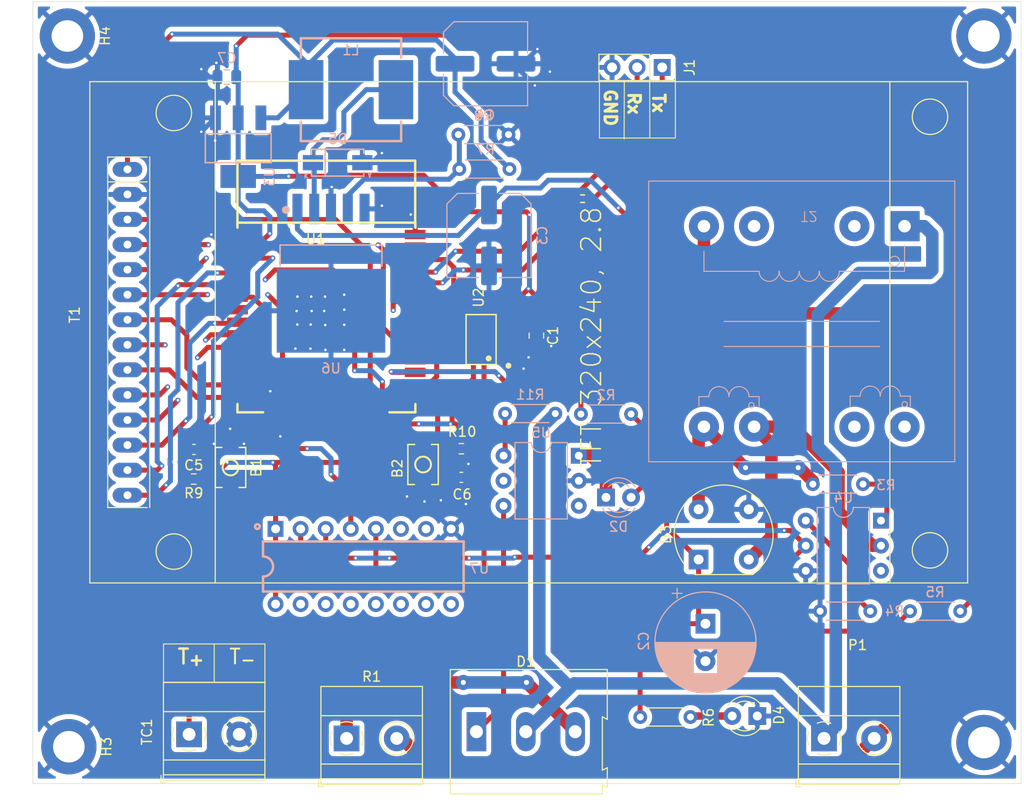
<source format=kicad_pcb>
(kicad_pcb (version 20240108) (generator "pcbnew") (generator_version "8.0")
  (layers (0 "F.Cu" signal) (1 "In1.Cu" signal "espSigal") (2 "In2.Cu" signal "gnd") (31 "B.Cu" signal) (34 "B.Paste" user) (35 "F.Paste" user) (36 "B.SilkS" user "B.Silkscreen") (37 "F.SilkS" user "F.Silkscreen") (38 "B.Mask" user) (39 "F.Mask" user) (44 "Edge.Cuts" user))
  (net 0 "")
  (net 1 "/esp32/EN")
  (net 2 "GND")
  (net 3 "/esp32/Boot")
  (net 4 "+3.3V")
  (net 5 "+12v")
  (net 6 "+5V")
  (net 7 "Fase")
  (net 8 "/modules/shot")
  (net 9 "Net-(D2-A)")
  (net 10 "Net-(D2-K)")
  (net 11 "12_{V_{ac}}")
  (net 12 "12_{NN}")
  (net 13 "Net-(D4-A)")
  (net 14 "Net-(U6-OUT)")
  (net 15 "/esp32/Tx")
  (net 16 "/esp32/Rx")
  (net 17 "Neutro")
  (net 18 "/trigger_Gate")
  (net 19 "Net-(R3-Pad2)")
  (net 20 "Net-(R4-Pad1)")
  (net 21 "Net-(U7-A)")
  (net 22 "Net-(U6-FB)")
  (net 23 "Net-(R11-Pad2)")
  (net 24 "/esp32/MOSI")
  (net 25 "/esp32/T_IRQ")
  (net 26 "/esp32/T_CS")
  (net 27 "/esp32/T_CLK")
  (net 28 "/esp32/MISO")
  (net 29 "/esp32/LED")
  (net 30 "/esp32/D{slash}C")
  (net 31 "/esp32/T_DO")
  (net 32 "/esp32/T_DIN")
  (net 33 "/esp32/CLK")
  (net 34 "/esp32/CS")
  (net 35 "/esp32/RST")
  (net 36 "Net-(TC1-+)")
  (net 41 "/Zero_Cross")
  (net 49 "/esp32/D0")
  (net 51 "/esp32/SCK")
  (net 52 "/esp32/CS_{T}")
  (net 58 "Net-(U7-B)")
  (net 72 "Net-(D1-A1)")
  (footprint "MountingHole:MountingHole_3.2mm_M3_DIN965_Pad" (layer "F.Cu") (at 57.45 123.913 -90)
    (property "Reference" "H3")
    (property "Value" "M3 screw")
  )
  (footprint "TerminalBlock_Phoenix:TerminalBlock_Phoenix_MKDS-1,5-2-5.08_1x02_P5.08mm_Horizontal" (layer "F.Cu") (at 133.93 123.068)
    (property "Reference" "P1")
    (property "Value" "Conn_WallPlug")
  )
  (footprint "Connector_PinSocket_2.54mm:PinSocket_1x03_P2.54mm_Vertical" (layer "F.Cu") (at 117.545 55.07 -90)
    (property "Reference" "J1")
    (property "Value" "UART")
  )
  (footprint "MountingHole:MountingHole_3.2mm_M3_DIN965_Pad" (layer "F.Cu") (at 150.125 123.488 -90)
    (property "Reference" "H2" (hide yes))
    (property "Value" "M3 screw")
  )
  (footprint "Capacitor_SMD:C_0603_1608Metric" (layer "F.Cu") (at 97.2 96.613)
    (property "Reference" "C6")
    (property "Value" "100nF")
  )
  (footprint "Resistor_THT:R_Axial_DIN0204_L3.6mm_D1.6mm_P5.08mm_Horizontal" (layer "F.Cu") (at 120.4 120.9 180)
    (property "Reference" "R6")
    (property "Value" "10K")
  )
  (footprint "Capacitor_SMD:C_0805_2012Metric" (layer "F.Cu") (at 104.8 82.25 -90)
    (property "Reference" "C1")
    (property "Value" "100nF")
  )
  (footprint "TerminalBlock_Phoenix:TerminalBlock_Phoenix_MKDS-1,5-2-5.08_1x02_P5.08mm_Horizontal" (layer "F.Cu") (at 69.6275 122.6565)
    (property "Reference" "TC1")
    (property "Value" "Thermocouple")
  )
  (footprint "MountingHole:MountingHole_3.2mm_M3_DIN965_Pad" (layer "F.Cu") (at 57.3 51.888 -90)
    (property "Reference" "H4")
    (property "Value" "M3 screw" (hide yes))
  )
  (footprint "Resistor_SMD:R_0603_1608Metric" (layer "F.Cu") (at 97.2 93.713 180)
    (property "Reference" "R10")
    (property "Value" "3.3K")
  )
  (footprint "Capacitor_SMD:C_0603_1608Metric" (layer "F.Cu") (at 70.125 93.788)
    (property "Reference" "C5")
    (property "Value" "100nF")
  )
  (footprint "JuanDavid_Library:TFT-320x240" (layer "F.Cu") (at 63.385 81.913 -90)
    (property "Reference" "T1")
    (property "Value" "~")
  )
  (footprint "Diode_THT:Diode_Bridge_Round_D9.8mm" (layer "F.Cu") (at 121.23 104.938 90)
    (property "Reference" "D3")
    (property "Value" "W10G")
  )
  (footprint "LED_THT:LED_D3.0mm" (layer "F.Cu") (at 127.175 120.8 180)
    (property "Reference" "D4")
    (property "Value" "LED")
  )
  (footprint "Resistor_SMD:R_0603_1608Metric" (layer "F.Cu") (at 70.1 96.788 180)
    (property "Reference" "R9")
    (property "Value" "3.3K")
  )
  (footprint "TerminalBlock_Phoenix:TerminalBlock_Phoenix_MKDS-1,5-2-5.08_1x02_P5.08mm_Horizontal" (layer "F.Cu") (at 85.58 123.068)
    (property "Reference" "R1")
    (property "Value" "Heater")
  )
  (footprint "JuanDavid_Library:SOIC-8_L4.9-W3.9-P1.27-LS6.0-BL" (layer "F.Cu") (at 99.2 82.65 90)
    (property "Reference" "U2")
    (property "Value" "~")
  )
  (footprint "MountingHole:MountingHole_3.2mm_M3_DIN965_Pad" (layer "F.Cu") (at 150.125 51.888 -90)
    (property "Reference" "H1" (hide yes))
    (property "Value" "M3 screw")
  )
  (footprint "JuanDavid_Library:SW-SMD_L3.9-W2.9-LS4.8" (layer "F.Cu") (at 93.325 95.313 90)
    (property "Reference" "B2")
    (property "Value" "~")
  )
  (footprint "JuanDavid_Library:WIFI-SMD_ESP32-WROOM-32E" (layer "F.Cu") (at 83.525 81.003 -90)
    (property "Reference" "U1")
    (property "Value" "~")
  )
  (footprint "JuanDavid_Library:SW-SMD_L3.9-W2.9-LS4.8" (layer "F.Cu") (at 73.825 95.613 -90)
    (property "Reference" "B1")
    (property "Value" "~")
  )
  (footprint "TerminalBlock:TerminalBlock_Altech_AK300-3_P5.00mm" (layer "F.Cu") (at 98.73 122.388)
    (property "Reference" "D1")
    (property "Value" "Generic_Triac_A1A2G")
  )
  (footprint "JuanDavid_Library:DIP-16_L20.3-W10.2-P2.54-LS10.2-BL" (layer "B.Cu") (at 87.275 105.65)
    (property "Reference" "U7")
    (property "Value" "~")
  )
  (footprint "Package_DIP:DIP-6_W7.62mm" (layer "B.Cu") (at 109.095 94.42 180)
    (property "Reference" "U5")
    (property "Value" "MOC3052M")
  )
  (footprint "Capacitor_THT:CP_Radial_D10.0mm_P3.80mm" (layer "B.Cu") (at 121.925 111.445323 -90)
    (property "Reference" "C2")
    (property "Value" "1000uF")
  )
  (footprint "Resistor_THT:R_Axial_DIN0204_L3.6mm_D1.6mm_P5.08mm_Horizontal" (layer "B.Cu") (at 106.715 90.15 180)
    (property "Reference" "R11")
    (property "Value" "1K")
  )
  (footprint "JuanDavid_Library:AT-010-V" (layer "B.Cu") (at 132.001 80.757)
    (property "Reference" "T2")
    (property "Value" "~")
  )
  (footprint "Capacitor_SMD:C_0805_2012Metric" (layer "B.Cu") (at 73.45 56.05 180)
    (property "Reference" "C7")
    (property "Value" "100nF")
  )
  (footprint "Resistor_THT:R_Axial_DIN0204_L3.6mm_D1.6mm_P5.08mm_Horizontal" (layer "B.Cu") (at 114.39 90.2 180)
    (property "Reference" "R2")
    (property "Value" "220")
  )
  (footprint "Package_DIP:DIP-6_W7.62mm" (layer "B.Cu") (at 139.7 101 180)
    (property "Reference" "U4")
    (property "Value" "H11AA1")
  )
  (footprint "Resistor_THT:R_Axial_DIN0204_L3.6mm_D1.6mm_P5.08mm_Horizontal" (layer "B.Cu") (at 101.975 61.875 180)
    (property "Reference" "R8")
    (property "Value" "3.3K")
  )
  (footprint "Resistor_THT:R_Axial_DIN0204_L3.6mm_D1.6mm_P5.08mm_Horizontal" (layer "B.Cu") (at 147.725 110.175 180)
    (property "Reference" "R5")
    (property "Value" "10K")
  )
  (footprint "Capacitor_SMD:C_Elec_8x6.2" (layer "B.Cu") (at 100 72.1 -90)
    (property "Reference" "C3")
    (property "Value" "470uF")
  )
  (footprint "JuanDavid_Library:SOT-223-3_L6.5-W3.4-P2.30-LS7.0-BR" (layer "B.Cu") (at 74.6 63.15 90)
    (property "Reference" "U3")
    (property "Value" "~")
  )
  (footprint "Capacitor_SMD:C_Elec_8x6.2" (layer "B.Cu") (at 99.65 54.7)
    (property "Reference" "C4")
    (property "Value" "220uF")
  )
  (footprint "LED_THT:LED_D3.0mm" (layer "B.Cu") (at 111.85 98.65)
    (property "Reference" "D2")
    (property "Value" "LED")
  )
  (footprint "JuanDavid_Library:SMA_L4.4-W2.8-LS5.4-R-RD" (layer "B.Cu") (at 84.675 64.725)
    (property "Reference" "D5")
    (property "Value" "~")
  )
  (footprint "JuanDavid_Library:IND-SMD_L10.3-W10.3_1274AS-H-330M" (layer "B.Cu") (at 86.025 57.325 180)
    (property "Reference" "L1")
    (property "Value" "~")
  )
  (footprint "JuanDavid_Library:TO-263-5_L10.2-W8.9-P1.70-BR" (layer "B.Cu") (at 84 74.57 90)
    (property "Reference" "U6")
    (property "Value" "~")
  )
  (footprint "Resistor_THT:R_Axial_DIN0204_L3.6mm_D1.6mm_P5.08mm_Horizontal" (layer "B.Cu") (at 132.8 97.3)
    (property "Reference" "R3")
    (property "Value" "1K")
  )
  (footprint "Resistor_THT:R_Axial_DIN0204_L3.6mm_D1.6mm_P5.08mm_Horizontal" (layer "B.Cu") (at 138.615 110.175 180)
    (property "Reference" "R4")
    (property "Value" "1M")
  )
  (footprint "Resistor_THT:R_Axial_DIN0204_L3.6mm_D1.6mm_P5.08mm_Horizontal" (layer "B.Cu") (at 96.995 65.375)
    (property "Reference" "R7")
    (property "Value" "10K")
  )
  (gr_line (start 72.1735 117.3955) (end 72.1735 113.4985) (stroke (width 0.1)) (layer "F.SilkS"))
  (gr_line (start 116.287 62.23) (end 116.275 56.4) (stroke (width 0.1)) (layer "F.SilkS"))
  (gr_rect (start 67.0395 113.4985) (end 77.3075 117.3955) (stroke (width 0.1)) (fill none) (layer "F.SilkS"))
  (gr_rect (start 111.187 56.4) (end 118.875 62.23) (stroke (width 0.1)) (fill none) (layer "F.SilkS"))
  (gr_line (start 113.705 56.4) (end 113.687 62.33) (stroke (width 0.1)) (layer "F.SilkS"))
  (gr_rect (start 53.809 48.397) (end 153.885 127.645) (stroke (width 0.05)) (fill none) (layer "Edge.Cuts"))
  (gr_text "T_{-}" (at 73.575 115.663 0) (layer "F.SilkS") (effects (font (size 1.5 1.5) (thickness 0.2) (bold yes)) (justify left bottom)))
  (gr_text "Tx\n" (at 116.487 57.555 -90) (layer "F.SilkS") (effects (font (size 1.2 1.2) (thickness 0.3) (bold yes)) (justify left bottom)))
  (gr_text "GND" (at 111.587 57.13 -90) (layer "F.SilkS") (effects (font (size 1.2 1.2) (thickness 0.3) (bold yes)) (justify left bottom)))
  (gr_text "Rx" (at 113.987 57.43 -90) (layer "F.SilkS") (effects (font (size 1.2 1.2) (thickness 0.3) (bold yes)) (justify left bottom)))
  (gr_text "T_{+}" (at 68.325 115.663 0) (layer "F.SilkS") (effects (font (size 1.5 1.5) (thickness 0.25) (bold yes)) (justify left bottom)))
  (segment (start 69.35 93.05) (end 71.9 90.5) (width 0.508) (layer "F.Cu") (net 1))
  (segment (start 69.275 96.788) (end 69.275 93.863) (width 0.508) (layer "F.Cu") (net 1))
  (segment (start 70.4 97.913) (end 69.275 96.788) (width 0.508) (layer "F.Cu") (net 1))
  (segment (start 73.825 97.913) (end 70.4 97.913) (width 0.508) (layer "F.Cu") (net 1))
  (segment (start 69.35 93.788) (end 69.35 93.05) (width 0.508) (layer "F.Cu") (net 1))
  (segment (start 78.1 74.4) (end 74.668 74.4) (width 0.508) (layer "F.Cu") (net 1))
  (segment (start 69.275 93.863) (end 69.35 93.788) (width 0.508) (layer "F.Cu") (net 1))
  (segment (start 74.668 74.4) (end 74.525 74.543) (width 0.508) (layer "F.Cu") (net 1))
  (via (at 71.9 90.5) (size 0.508) (drill 0.254) (layers "F.Cu" "B.Cu") (net 1))
  (via (at 78.1 74.4) (size 0.508) (drill 0.254) (layers "F.Cu" "B.Cu") (net 1))
  (segment (start 72.1 82.822369) (end 76.581 78.341369) (width 0.508) (layer "B.Cu") (net 1))
  (segment (start 72.1 90.3) (end 72.1 82.822369) (width 0.508) (layer "B.Cu") (net 1))
  (segment (start 71.9 90.5) (end 72.1 90.3) (width 0.508) (layer "B.Cu") (net 1))
  (segment (start 76.581 78.341369) (end 76.581 75.919) (width 0.508) (layer "B.Cu") (net 1))
  (segment (start 76.581 75.919) (end 78.1 74.4) (width 0.508) (layer "B.Cu") (net 1))
  (segment (start 74.525 72.003) (end 71.888 72.003) (width 0.508) (layer "F.Cu") (net 2))
  (segment (start 101.97 83.28) (end 102.838 83.28) (width 0.508) (layer "F.Cu") (net 2))
  (segment (start 75.089 93.313) (end 75.184 93.218) (width 0.508) (layer "F.Cu") (net 2))
  (segment (start 104.8 83.2) (end 106.187 83.2) (width 0.508) (layer "F.Cu") (net 2))
  (segment (start 97.975 99.002) (end 97.663 99.314) (width 0.508) (layer "F.Cu") (net 2))
  (segment (start 93.325 97.613) (end 93.325 98.913) (width 0.508) (layer "F.Cu") (net 2))
  (segment (start 93.325 97.613) (end 92.633 97.613) (width 0.508) (layer "F.Cu") (net 2))
  (segment (start 97.975 95.308) (end 97.917 95.25) (width 0.508) (layer "F.Cu") (net 2))
  (segment (start 97.975 96.613) (end 97.975 95.308) (width 0.508) (layer "F.Cu") (net 2))
  (segment (start 93.325 97.613) (end 93.803 97.613) (width 0.508) (layer "F.Cu") (net 2))
  (segment (start 77.815 91.404) (end 78.867 92.456) (width 0.508) (layer "F.Cu") (net 2))
  (segment (start 73.825 93.313) (end 73.825 91.732) (width 0.508) (layer "F.Cu") (net 2))
  (segment (start 102.838 83.28) (end 104.013 84.455) (width 0.508) (layer "F.Cu") (net 2))
  (segment (start 77.815 90.003) (end 77.815 87.92) (width 0.508) (layer "F.Cu") (net 2))
  (segment (start 106.187 83.2) (end 106.299 83.312) (width 0.508) (layer "F.Cu") (net 2))
  (segment (start 77.815 87.92) (end 77.851 87.884) (width 0.508) (layer "F.Cu") (net 2))
  (segment (start 92.525 70.427) (end 92.075 69.977) (width 0.508) (layer "F.Cu") (net 2))
  (segment (start 92.525 72.003) (end 92.525 70.427) (width 0.508) (layer "F.Cu") (net 2))
  (segment (start 71.888 72.003) (end 71.882 72.009) (width 0.508) (layer "F.Cu") (net 2))
  (segment (start 93.325 98.913) (end 93.472 99.06) (width 0.508) (layer "F.Cu") (net 2))
  (segment (start 93.803 97.613) (end 95.123 98.933) (width 0.508) (layer "F.Cu") (net 2))
  (segment (start 70.9 93.788) (end 71.566 93.788) (width 0.508) (layer "F.Cu") (net 2))
  (segment (start 73.825 93.313) (end 75.089 93.313) (width 0.508) (layer "F.Cu") (net 2))
  (segment (start 101.97 84.56) (end 102.467 84.56) (width 0.508) (layer "F.Cu") (net 2))
  (segment (start 102.467 84.56) (end 103.505 85.598) (width 0.508) (layer "F.Cu") (net 2))
  (segment (start 71.566 93.788) (end 72.136 93.218) (width 0.508) (layer "F.Cu") (net 2))
  (segment (start 77.815 90.003) (end 77.815 91.404) (width 0.508) (layer "F.Cu") (net 2))
  (segment (start 92.633 97.613) (end 91.694 98.552) (width 0.508) (layer "F.Cu") (net 2))
  (segment (start 97.975 96.613) (end 97.975 99.002) (width 0.508) (layer "F.Cu") (net 2))
  (segment (start 73.825 91.732) (end 73.787 91.694) (width 0.508) (layer "F.Cu") (net 2))
  (via (at 104.013 84.455) (size 0.508) (drill 0.254) (layers "F.Cu" "B.Cu") (net 2))
  (via (at 83.4136 81.1784) (size 0.508) (drill 0.254) (layers "F.Cu" "B.Cu") (net 2))
  (via (at 71.882 72.009) (size 0.508) (drill 0.254) (layers "F.Cu" "B.Cu") (net 2))
  (via (at 89.154 69.088) (size 0.508) (drill 0.254) (layers "F.Cu" "B.Cu") (net 2))
  (via (at 83.439 83.693) (size 0.508) (drill 0.254) (layers "F.Cu" "B.Cu") (net 2))
  (via (at 85.344 79.629) (size 0.508) (drill 0.254) (layers "F.Cu" "B.Cu") (net 2))
  (via (at 97.663 99.314) (size 0.508) (drill 0.254) (layers "F.Cu" "B.Cu") (net 2))
  (via (at 72.39 54.61) (size 0.508) (drill 0.254) (layers "F.Cu" "B.Cu") (net 2))
  (via (at 85.344 83.693) (size 0.508) (drill 0.254) (layers "F.Cu" "B.Cu") (net 2))
  (via (at 83.312 79.756) (size 0.508) (drill 0.254) (layers "F.Cu" "B.Cu") (net 2))
  (via (at 82.042 79.756) (size 0.508) (drill 0.254) (layers "F.Cu" "B.Cu") (net 2))
  (via (at 103.505 85.598) (size 0.508) (drill 0.254) (layers "F.Cu" "B.Cu") (net 2))
  (via (at 72.263 62.484) (size 0.508) (drill 0.254) (layers "F.Cu" "B.Cu") (net 2))
  (via (at 75.184 93.218) (size 0.508) (drill 0.254) (layers "F.Cu" "B.Cu") (net 2))
  (via (at 83.4 78.3) (size 0.508) (drill 0.254) (layers "F.Cu" "B.Cu") (net 2))
  (via (at 89.154 63.754) (size 0.508) (drill 0.254) (layers "F.Cu" "B.Cu") (net 2))
  (via (at 81.915 83.566) (size 0.508) (drill 0.254) (layers "F.Cu" "B.Cu") (net 2))
  (via (at 81.9404 81.1276) (size 0.508) (drill 0.254) (layers "F.Cu" "B.Cu") (net 2))
  (via (at 84.074 67.183) (size 0.508) (drill 0.254) (layers "F.Cu" "B.Cu") (net 2))
  (via (at 80.391 83.566) (size 0.508) (drill 0.254) (layers "F.Cu" "B.Cu") (net 2))
  (via (at 80.5942 81.1276) (size 0.508) (drill 0.254) (layers "F.Cu" "B.Cu") (net 2))
  (via (at 91.694 98.552) (size 0.508) (drill 0.254) (layers "F.Cu" "B.Cu") (net 2))
  (via (at 80.518 79.756) (size 0.508) (drill 0.254) (layers "F.Cu" "B.Cu") (net 2))
  (via (at 77.851 87.884) (size 0.508) (drill 0.254) (layers "F.Cu" "B.Cu") (net 2))
  (via (at 106.172 55.499) (size 0.508) (drill 0.254) (layers "F.Cu" "B.Cu") (net 2))
  (via (at 97.917 95.25) (size 0.508) (drill 0.254) (layers "F.Cu" "B.Cu") (net 2))
  (via (at 104.902 53.213) (size 0.508) (drill 0.254) (layers "F.Cu" "B.Cu") (net 2))
  (via (at 106.299 83.312) (size 0.508) (drill 0.254) (layers "F.Cu" "B.Cu") (net 2))
  (via (at 104.648 56.896) (size 0.508) (drill 0.254) (layers "F.Cu" "B.Cu") (net 2))
  (via (at 72.136 93.218) (size 0.508) (drill 0.254) (layers "F.Cu" "B.Cu") (net 2))
  (via (at 70.866 61.595) (size 0.508) (drill 0.254) (layers "F.Cu" "B.Cu") (net 2))
  (via (at 93.472 99.06) (size 0.508) (drill 0.254) (layers "F.Cu" "B.Cu") (net 2))
  (via (at 73.787 91.694) (size 0.508) (drill 0.254) (layers "F.Cu" "B.Cu") (net 2))
  (via (at 92.075 69.977) (size 0.508) (drill 0.254) (layers "F.Cu" "B.Cu") (net 2))
  (via (at 70.866 55.245) (size 0.508) (drill 0.254) (layers "F.Cu" "B.Cu") (net 2))
  (via (at 85.344 81.153) (size 0.508) (drill 0.254) (layers "F.Cu" "B.Cu") (net 2))
  (via (at 85.344 78.105) (size 0.508) (drill 0.254) (layers "F.Cu" "B.Cu") (net 2))
  (via (at 78.867 92.456) (size 0.508) (drill 0.254) (layers "F.Cu" "B.Cu") (net 2))
  (via (at 95.123 98.933) (size 0.508) (drill 0.254) (layers "F.Cu" "B.Cu") (net 2))
  (via (at 82 78.3) (size 0.508) (drill 0.254) (layers "F.Cu" "B.Cu") (net 2))
  (via (at 80.6 78.3) (size 0.508) (drill 0.254) (layers "F.Cu" "B.Cu") (net 2))
  (segment (start 72.3 60.18) (end 72.3 62.447) (width 0.508) (layer "B.Cu") (net 2))
  (segment (start 105.373 54.7) (end 106.172 55.499) (width 0.508) (layer "B.Cu") (net 2))
  (segment (start 88.183 64.725) (end 89.154 63.754) (width 0.508) (layer "B.Cu") (net 2))
  (segment (start 102.7375 54.7) (end 105.373 54.7) (width 0.508) (layer "B.Cu") (net 2))
  (segment (start 72.281 60.18) (end 70.866 61.595) (width 0.508) (layer "B.Cu") (net 2))
  (segment (start 72.5 54.72) (end 72.39 54.61) (width 0.508) (layer "B.Cu") (net 2))
  (segment (start 72.5 56.05) (end 72.5 54.72) (width 0.508) (layer "B.Cu") (net 2))
  (segment (start 102.7375 54.7) (end 103.415 54.7) (width 0.508) (layer "B.Cu") (net 2))
  (segment (start 84 69.41) (end 84 67.257) (width 0.508) (layer "B.Cu") (net 2))
  (segment (start 71.671 56.05) (end 70.866 55.245) (width 0.508) (layer "B.Cu") (net 2))
  (segment (start 84 67.257) (end 84.074 67.183) (width 0.508) (layer "B.Cu") (net 2))
  (segment (start 72.3 60.18) (end 72.281 60.18) (width 0.508) (layer "B.Cu") (net 2))
  (segment (start 102.7375 54.9855) (end 104.648 56.896) (width 0.508) (layer "B.Cu") (net 2))
  (segment (start 102.7375 54.7) (end 102.7375 54.9855) (width 0.508) (layer "B.Cu") (net 2))
  (segment (start 87.4 69.41) (end 88.832 69.41) (width 0.508) (layer "B.Cu") (net 2))
  (segment (start 72.3 62.447) (end 72.263 62.484) (width 0.508) (layer "B.Cu") (net 2))
  (segment (start 103.415 54.7) (end 104.902 53.213) (width 0.508) (layer "B.Cu") (net 2))
  (segment (start 88.832 69.41) (end 89.154 69.088) (width 0.508) (layer "B.Cu") (net 2))
  (segment (start 87.175 64.725) (end 88.183 64.725) (width 0.508) (layer "B.Cu") (net 2))
  (segment (start 72.5 56.05) (end 71.671 56.05) (width 0.508) (layer "B.Cu") (net 2))
  (segment (start 95.1 93.013) (end 95.675 93.013) (width 0.508) (layer "F.Cu") (net 3))
  (segment (start 95.1 93.013) (end 94.8 92.713) (width 0.508) (layer "F.Cu") (net 3))
  (segment (start 94.8 88.9) (end 94.413 88.513) (width 0.508) (layer "F.Cu") (net 3))
  (segment (start 94.8 92.713) (end 94.8 88.9) (width 0.508) (layer "F.Cu") (net 3))
  (segment (start 94.413 88.513) (end 92.525 88.513) (width 0.508) (layer "F.Cu") (net 3))
  (segment (start 96.375 93.713) (end 96.375 96.563) (width 0.508) (layer "F.Cu") (net 3))
  (segment (start 93.325 93.013) (end 95.1 93.013) (width 0.508) (layer "F.Cu") (net 3))
  (segment (start 95.675 93.013) (end 96.375 93.713) (width 0.508) (layer "F.Cu") (net 3))
  (segment (start 96.375 96.563) (end 96.425 96.613) (width 0.508) (layer "F.Cu") (net 3))
  (segment (start 83.767 66) (end 91.8 66) (width 0.508) (layer "F.Cu") (net 4))
  (segment (start 141.8 51.8) (end 151.5 61.5) (width 0.508) (layer "F.Cu") (net 4))
  (segment (start 101.97 80.75) (end 99.59 80.75) (width 0.508) (layer "F.Cu") (net 4))
  (segment (start 78.385 101.84) (end 78.385 95.385) (width 0.508) (layer "F.Cu") (net 4))
  (segment (start 77.8 71.9) (end 76.427 73.273) (width 0.508) (layer "F.Cu") (net 4))
  (segment (start 104.8 78.3) (end 104 77.5) (width 0.508) (layer "F.Cu") (net 4))
  (segment (start 96.266 88.773) (end 96.266 91.2) (width 0.508) (layer "F.Cu") (net 4))
  (segment (start 96.1 91.2) (end 96.266 91.2) (width 0.508) (layer "F.Cu") (net 4))
  (segment (start 98.425 86.614) (end 96.266 88.773) (width 0.508) (layer "F.Cu") (net 4))
  (segment (start 103.7 69.7) (end 103.8 69.7) (width 0.508) (layer "F.Cu") (net 4))
  (segment (start 83.667 66.1) (end 83.767 66) (width 0.508) (layer "F.Cu") (net 4))
  (segment (start 98.425 81.915) (end 98.425 86.614) (width 0.508) (layer "F.Cu") (net 4))
  (segment (start 101.97 79.53) (end 101.97 80.75) (width 0.508) (layer "F.Cu") (net 4))
  (segment (start 78.385 101.84) (end 78.385 109.46) (width 0.508) (layer "F.Cu") (net 4))
  (segment (start 70.925 96.788) (end 71.812 96.788) (width 0.508) (layer "F.Cu") (net 4))
  (segment (start 151.5 106.4) (end 147.725 110.175) (width 0.508) (layer "F.Cu") (net 4))
  (segment (start 98.025 92.625) (end 98.025 93.713) (width 0.508) (layer "F.Cu") (net 4))
  (segment (start 90.2 92.4) (end 91.4 91.2) (width 0.508) (layer "F.Cu") (net 4))
  (segment (start 151.5 61.5) (end 151.5 106.4) (width 0.508) (layer "F.Cu") (net 4))
  (segment (start 71.812 96.788) (end 73.5 95.1) (width 0.508) (layer "F.Cu") (net 4))
  (segment (start 87.5 95.1) (end 90.2 92.4) (width 0.508) (layer "F.Cu") (net 4))
  (segment (start 104 77.5) (end 101.97 79.53) (width 0.508) (layer "F.Cu") (net 4))
  (segment (start 78.385 95.385) (end 78.1 95.1) (width 0.508) (layer "F.Cu") (net 4))
  (segment (start 76.427 73.273) (end 74.525 73.273) (width 0.508) (layer "F.Cu") (net 4))
  (segment (start 91.4 91.2) (end 92.9 91.2) (width 0.508) (layer "F.Cu") (net 4))
  (segment (start 96.266 91.2) (end 96.6 91.2) (width 0.508) (layer "F.Cu") (net 4))
  (segment (start 99.59 80.75) (end 98.425 81.915) (width 0.508) (layer "F.Cu") (net 4))
  (segment (start 78.1 95.1) (end 87.5 95.1) (width 0.508) (layer "F.Cu") (net 4))
  (segment (start 79.7 66.1) (end 83.667 66.1) (width 0.508) (layer "F.Cu") (net 4))
  (segment (start 97.1 69.7) (end 103.7 69.7) (width 0.508) (layer "F.Cu") (net 4))
  (segment (start 104.8 81.3) (end 104.8 78.3) (width 0.508) (layer "F.Cu") (net 4))
  (segment (start 96.6 91.2) (end 98.025 92.625) (width 0.508) (layer "F.Cu") (net 4))
  (segment (start 93.7 66.3) (end 97.1 69.7) (width 0.508) (layer "F.Cu") (net 4))
  (segment (start 75.5 51.8) (end 141.8 51.8) (width 0.508) (layer "F.Cu") (net 4))
  (segment (start 93.4 66) (end 93.7 66.3) (width 0.508) (layer "F.Cu") (net 4))
  (segment (start 103.8 69.7) (end 104.1 70) (width 0.508) (layer "F.Cu") (net 4))
  (segment (start 74.4 52.9) (end 75.5 51.8) (width 0.508) (layer "F.Cu") (net 4))
  (segment (start 91.8 66) (end 93.4 66) (width 0.508) (layer "F.Cu") (net 4))
  (via (at 96.1 91.2) (size 0.508) (drill 0.254) (layers "F.Cu" "B.Cu") (net 4))
  (via (at 92.9 91.2) (size 0.508) (drill 0.254) (layers "F.Cu" "B.Cu") (net 4))
  (via (at 104 77.5) (size 0.508) (drill 0.254) (layers "F.Cu" "B.Cu") (net 4))
  (via (at 73.5 95.1) (size 0.508) (drill 0.254) (layers "F.Cu" "B.Cu") (net 4))
  (via (at 104.1 70) (size 0.508) (drill 0.254) (layers "F.Cu" "B.Cu") (net 4))
  (via (at 74.4 52.9) (size 0.508) (drill 0.254) (layers "F.Cu" "B.Cu") (net 4))
  (via (at 79.7 66.1) (size 0.508) (drill 0.254) (layers "F.Cu" "B.Cu") (net 4))
  (via (at 78.1 95.1) (size 0.508) (drill 0.254) (layers "F.Cu" "B.Cu") (net 4))
  (via (at 77.8 71.9) (size 0.508) (drill 0.254) (layers "F.Cu" "B.Cu") (net 4))
  (segment (start 92.9 91.2) (end 96.1 91.2) (width 0.508) (layer "B.Cu") (net 4))
  (segment (start 74.6 68.7) (end 75.5 69.6) (width 0.508) (layer "B.Cu") (net 4))
  (segment (start 74.6 66.12) (end 79.68 66.12) (width 0.508) (layer "B.Cu") (net 4))
  (segment (start 77.8 70.2) (end 77.8 71.9) (width 0.508) (layer "B.Cu") (net 4))
  (segment (start 75.5 69.6) (end 77.2 69.6) (width 0.508) (layer "B.Cu") (net 4))
  (segment (start 74.6 60.18) (end 74.6 56.25) (width 0.508) (layer "B.Cu") (net 4))
  (segment (start 104.1 70) (end 104.1 77.4) (width 0.508) (layer "B.Cu") (net 4))
  (segment (start 104.1 77.4) (end 104 77.5) (width 0.508) (layer "B.Cu") (net 4))
  (segment (start 79.68 66.12) (end 79.7 66.1) (width 0.508) (layer "B.Cu") (net 4))
  (segment (start 74.6 56.25) (end 74.4 56.05) (width 0.508) (layer "B.Cu") (net 4))
  (segment (start 74.4 52.9) (end 74.4 56.05) (width 0.508) (layer "B.Cu") (net 4))
  (segment (start 74.6 66.12) (end 74.6 68.7) (width 0.508) (layer "B.Cu") (net 4))
  (segment (start 73.5 95.1) (end 78.1 95.1) (width 0.508) (layer "B.Cu") (net 4))
  (segment (start 77.2 69.6) (end 77.8 70.2) (width 0.508) (layer "B.Cu") (net 4))
  (segment (start 74.6 66.12) (end 74.6 60.18) (width 0.508) (layer "B.Cu") (net 4))
  (segment (start 121.23 104.938) (end 118 101.708) (width 0.508) (layer "F.Cu") (net 5))
  (segment (start 115.3 120.88) (end 115.3 115.5) (width 0.508) (layer "F.Cu") (net 5))
  (segment (start 115.3 115.5) (end 119.354677 111.445323) (width 0.508) (layer "F.Cu") (net 5))
  (segment (start 119.354677 111.445323) (end 121.925 111.445323) (width 0.508) (layer "F.Cu") (net 5))
  (segment (start 115.32 120.9) (end 115.3 120.88) (width 0.508) (layer "F.Cu") (net 5))
  (segment (start 118 101.708) (end 118 86.5) (width 0.508) (layer "F.Cu") (net 5))
  (segment (start 121.23 110.750323) (end 121.925 111.445323) (width 0.508) (layer "F.Cu") (net 5))
  (segment (start 118 74.2) (end 113.1 69.3) (width 0.508) (layer "F.Cu") (net 5))
  (segment (start 118 86.5) (end 118 74.2) (width 0.508) (layer "F.Cu") (net 5))
  (segment (start 121.23 104.938) (end 121.23 110.750323) (width 0.508) (layer "F.Cu") (net 5))
  (via (at 113.1 69.3) (size 0.508) (drill 0.254) (layers "F.Cu" "B.Cu") (net 5))
  (segment (start 106 66.5) (end 105.2 67.3) (width 0.508) (layer "B.Cu") (net 5))
  (segment (start 101.7125 67.3) (end 100 69.0125) (width 0.508) (layer "B.Cu") (net 5))
  (segment (start 113.1 69.3) (end 110.3 66.5) (width 0.508) (layer "B.Cu") (net 5))
  (segment (start 96.9125 72.1) (end 81.242 72.1) (width 0.508) (layer "B.Cu") (net 5))
  (segment (start 100 69.0125) (end 96.9125 72.1) (width 0.508) (layer "B.Cu") (net 5))
  (segment (start 110.3 66.5) (end 106 66.5) (width 0.508) (layer "B.Cu") (net 5))
  (segment (start 81.242 72.1) (end 80.6 71.458) (width 0.508) (layer "B.Cu") (net 5))
  (segment (start 105.2 67.3) (end 101.7125 67.3) (width 0.508) (layer "B.Cu") (net 5))
  (segment (start 80.6 71.458) (end 80.6 69.41) (width 0.508) (layer "B.Cu") (net 5))
  (segment (start 67.9 51.7) (end 63.385 56.215) (width 0.508) (layer "F.Cu") (net 6))
  (segment (start 63.385 56.215) (end 63.385 65.403) (width 0.508) (layer "F.Cu") (net 6))
  (via (at 67.9 51.7) (size 0.508) (drill 0.254) (layers "F.Cu" "B.Cu") (net 6))
  (segment (start 102.075 65.375) (end 99.2 62.5) (width 0.508) (layer "B.Cu") (net 6))
  (segment (start 84.2 52.3) (end 81.475 55.025) (width 0.508) (layer "B.Cu") (net 6))
  (segment (start 99.2 62.5) (end 99.2 60.2) (width 0.508) (layer "B.Cu") (net 6))
  (segment (start 81.475 55.025) (end 81.475 57.325) (width 0.508) (layer "B.Cu") (net 6))
  (segment (start 96.5625 57.5625) (end 96.5625 54.7) (width 0.508) (layer "B.Cu") (net 6))
  (segment (start 78.6 51.7) (end 67.9 51.7) (width 0.508) (layer "B.Cu") (net 6))
  (segment (start 78.62 60.18) (end 81.475 57.325) (width 0.508) (layer "B.Cu") (net 6))
  (segment (start 81.475 54.575) (end 78.6 51.7) (width 0.508) (layer "B.Cu") (net 6))
  (segment (start 94.7 52.3) (end 84.2 52.3) (width 0.508) (layer "B.Cu") (net 6))
  (segment (start 81.475 57.325) (end 81.475 54.575) (width 0.508) (layer "B.Cu") (net 6))
  (segment (start 96.5625 54.1625) (end 94.7 52.3) (width 0.508) (layer "B.Cu") (net 6))
  (segment (start 76.9 60.18) (end 78.62 60.18) (width 0.508) (layer "B.Cu") (net 6))
  (segment (start 99.2 60.2) (end 96.5625 57.5625) (width 0.508) (layer "B.Cu") (net 6))
  (segment (start 96.5625 54.7) (end 96.5625 54.1625) (width 0.508) (layer "B.Cu") (net 6))
  (segment (start 105.1 91.765) (end 105.1 114.8) (width 1.27) (layer "B.Cu") (net 7))
  (segment (start 144.6 75.9) (end 144.9 75.6) (width 1.27) (layer "B.Cu") (net 7))
  (segment (start 133.3 93.5) (end 133.3 80.1) (width 1.27) (layer "B.Cu") (net 7))
  (segment (start 144.9 75.6) (end 144.9 72) (width 1.27) (layer "B.Cu") (net 7))
  (segment (start 133.93 123.068) (end 133.93 122.23) (width 1.27) (layer "B.Cu") (net 7))
  (segment (start 108.209 117.909) (end 103.73 122.388) (width 1.27) (layer "B.Cu") (net 7))
  (segment (start 129.2 117.5) (end 108.618 117.5) (width 1.27) (layer "B.Cu") (net 7))
  (segment (start 135.124 95.324) (end 133.3 93.5) (width 1.27) (layer "B.Cu") (net 7))
  (segment (start 135.124 121.874) (end 135.124 95.324) (width 1.27) (layer "B.Cu") (net 7))
  (segment (start 144.061 71.161) (end 142.089 71.161) (width 1.27) (layer "B.Cu") (net 7))
  (segment (start 106.715 90.15) (end 105.1 91.765) (width 1.27) (layer "B.Cu") (net 7))
  (segment (start 108.618 117.5) (end 108.209 117.909) (width 1.27) (layer "B.Cu") (net 7))
  (segment (start 105.1 114.8) (end 108.209 117.909) (width 1.27) (layer "B.Cu") (net 7))
  (segment (start 133.3 80.1) (end 137.5 75.9) (width 1.27) (layer "B.Cu") (net 7))
  (segment (start 137.5 75.9) (end 144.6 75.9) (width 1.27) (layer "B.Cu") (net 7))
  (segment (start 133.93 123.068) (end 135.124 121.874) (width 1.27) (layer "B.Cu") (net 7))
  (segment (start 133.93 122.23) (end 129.2 117.5) (width 1.27) (layer "B.Cu") (net 7))
  (segment (start 144.9 72) (end 144.061 71.161) (width 1.27) (layer "B.Cu") (net 7))
  (segment (start 101.475 99.5) (end 101.475 119.643) (width 0.508) (layer "F.Cu") (net 8))
  (segment (start 101.475 119.643) (end 98.73 122.388) (width 0.508) (layer "F.Cu") (net 8))
  (segment (start 115.951 91.821) (end 115.951 91.761) (width 0.508) (layer "F.Cu") (net 9))
  (segment (start 115.951 91.761) (end 114.39 90.2) (width 0.508) (layer "F.Cu") (net 9))
  (segment (start 116.078 91.948) (end 115.951 91.821) (width 0.508) (layer "F.Cu") (net 9))
  (segment (start 114.39 98.65) (end 116.078 96.962) (width 0.508) (layer "F.Cu") (net 9))
  (segment (start 116.078 96.962) (end 116.078 91.948) (width 0.508) (layer "F.Cu") (net 9))
  (segment (start 109.095 94.42) (end 110.32 94.42) (width 1.27) (layer "F.Cu") (net 10))
  (segment (start 110.32 94.42) (end 111.85 95.95) (width 1.27) (layer "F.Cu") (net 10))
  (segment (start 111.85 95.95) (end 111.85 98.65) (width 1.27) (layer "F.Cu") (net 10))
  (segment (start 125.888 95.6) (end 121.769 91.481) (width 1.27) (layer "F.Cu") (net 11))
  (segment (start 132.8 97.3) (end 132.8 97) (width 1.27) (layer "F.Cu") (net 11))
  (segment (start 126 95.6) (end 125.984 95.631) (width 1.27) (layer "F.Cu") (net 11))
  (segment (start 121.23 92.02) (end 121.769 91.481) (width 1.27) (layer "F.Cu") (net 11))
  (segment (start 121.23 99.858) (end 121.23 92.02) (width 1.27) (layer "F.Cu") (net 11))
  (segment (start 125.984 95.631) (end 125.888 95.6) (width 1.27) (layer "F.Cu") (net 11))
  (segment (start 132.8 97) (end 131.4 95.6) (width 1.27) (layer "F.Cu") (net 11))
  (via (at 125.984 95.631) (size 1.524) (drill 0.508) (layers "F.Cu" "B.Cu") (net 11))
  (via (at 131.318 95.631) (size 1.524) (drill 0.508) (layers "F.Cu" "B.Cu") (net 11))
  (segment (start 131.287 95.6) (end 126 95.6) (width 1.27) (layer "B.Cu") (net 11))
  (segment (start 131.349 95.6) (end 131.318 95.631) (width 0.508) (layer "B.Cu") (net 11))
  (segment (start 131.318 95.631) (end 131.287 95.6) (width 1.27) (layer "B.Cu") (net 11))
  (segment (start 131.4 95.6) (end 131.349 95.6) (width 0.508) (layer "B.Cu") (net 11))
  (segment (start 135.4 96.1) (end 130.781 91.481) (width 1.27) (layer "F.Cu") (net 12))
  (segment (start 139.7 103.54) (end 138.84 103.54) (width 1.27) (layer "F.Cu") (net 12))
  (segment (start 126.849 91.481) (end 128.6 93.232) (width 1.27) (layer "F.Cu") (net 12))
  (segment (start 128.6 102.648) (end 126.31 104.938) (width 1.27) (layer "F.Cu") (net 12))
  (segment (start 130.781 91.481) (end 126.849 91.481) (width 1.27) (layer "F.Cu") (net 12))
  (segment (start 135.4 100.1) (end 135.4 96.1) (width 1.27) (layer "F.Cu") (net 12))
  (segment (start 138.84 103.54) (end 135.4 100.1) (width 1.27) (layer "F.Cu") (net 12))
  (segment (start 128.6 93.232) (end 128.6 102.648) (width 1.27) (layer "F.Cu") (net 12))
  (segment (start 120.5 120.8) (end 120.4 120.9) (width 0.762) (layer "F.Cu") (net 13))
  (segment (start 124.635 120.8) (end 120.5 120.8) (width 0.762) (layer "F.Cu") (net 13))
  (segment (start 85.3 61.7) (end 85.3 59.6) (width 0.508) (layer "B.Cu") (net 14))
  (segment (start 82.3 64.85) (end 82.175 64.725) (width 0.508) (layer "B.Cu") (net 14))
  (segment (start 82.175 64.725) (end 82.175 63.425) (width 0.508) (layer "B.Cu") (net 14))
  (segment (start 87.575 57.325) (end 90.575 57.325) (width 0.508) (layer "B.Cu") (net 14))
  (segment (start 85.3 59.6) (end 87.575 57.325) (width 0.508) (layer "B.Cu") (net 14))
  (segment (start 82.175 63.425) (end 83.2 62.4) (width 0.508) (layer "B.Cu") (net 14))
  (segment (start 82.3 69.41) (end 82.3 64.85) (width 0.508) (layer "B.Cu") (net 14))
  (segment (start 83.2 62.4) (end 84.6 62.4) (width 0.508) (layer "B.Cu") (net 14))
  (segment (start 84.6 62.4) (end 85.3 61.7) (width 0.508) (layer "B.Cu") (net 14))
  (segment (start 95.3 76.9) (end 92.708 76.9) (width 0.508) (layer "F.Cu") (net 15))
  (segment (start 103.4 75.6) (end 97.4 75.6) (width 0.508) (layer "F.Cu") (net 15))
  (segment (start 117.545 55.07) (end 117.545 61.455) (width 0.508) (layer "F.Cu") (net 15))
  (segment (start 117.545 61.455) (end 103.4 75.6) (width 0.508) (layer "F.Cu") (net 15))
  (segment (start 92.708 76.9) (end 92.525 77.083) (width 0.508) (layer "F.Cu") (net 15))
  (via (at 95.3 76.9) (size 0.508) (drill 0.254) (layers "F.Cu" "B.Cu") (net 15))
  (via (at 97.4 75.6) (size 0.508) (drill 0.254) (layers "F.Cu" "B.Cu") (net 15))
  (segment (start 96.6 75.6) (end 95.3 76.9) (width 0.508) (layer "B.Cu") (net 15))
  (segment (start 97.4 75.6) (end 96.6 75.6) (width 0.508) (layer "B.Cu") (net 15))
  (segment (start 96.6 73.7) (end 103.1 73.7) (width 0.508) (layer "F.Cu") (net 16))
  (segment (start 92.525 75.813) (end 94.587 75.813) (width 0.508) (layer "F.Cu") (net 16))
  (segment (start 103.1 73.7) (end 115.005 61.795) (width 0.508) (layer "F.Cu") (net 16))
  (segment (start 115.005 61.795) (end 115.005 55.07) (width 0.508) (layer "F.Cu") (net 16))
  (segment (start 94.587 75.813) (end 94.6 75.8) (width 0.508) (layer "F.Cu") (net 16))
  (via (at 94.6 75.8) (size 0.508) (drill 0.254) (layers "F.Cu" "B.Cu") (net 16))
  (via (at 96.6 73.7) (size 0.508) (drill 0.254) (layers "F.Cu" "B.Cu") (net 16))
  (segment (start 94.6 75.7) (end 96.6 73.7) (width 0.508) (layer "B.Cu") (net 16))
  (segment (start 94.6 75.8) (end 94.6 75.7) (width 0.508) (layer "B.Cu") (net 16))
  (segment (start 145 117.078) (end 145 83.9) (width 1.27) (layer "F.Cu") (net 17))
  (segment (start 127.4 80) (end 121.769 74.369) (width 1.27) (layer "F.Cu") (net 17))
  (segment (start 121.769 74.369) (end 121.769 71.161) (width 1.27) (layer "F.Cu") (net 17))
  (segment (start 141.1 80) (end 127.4 80) (width 1.27) (layer "F.Cu") (net 17))
  (segment (start 91.168 123.068) (end 93.957 125.857) (width 1.27) (layer "F.Cu") (net 17))
  (segment (start 93.957 125.857) (end 136.221 125.857) (width 1.27) (layer "F.Cu") (net 17))
  (segment (start 136.221 125.857) (end 139.01 123.068) (width 1.27) (layer "F.Cu") (net 17))
  (segment (start 145 83.9) (end 141.1 80) (width 1.27) (layer "F.Cu") (net 17))
  (segment (start 90.66 123.068) (end 91.168 123.068) (width 1.27) (layer "F.Cu") (net 17))
  (segment (start 139.01 123.068) (end 145 117.078) (width 1.27) (layer "F.Cu") (net 17))
  (segment (start 101 86.3) (end 101.8 87.1) (width 0.508) (layer "F.Cu") (net 18))
  (segment (start 90.173 85.973) (end 90.1 85.9) (width 0.508) (layer "F.Cu") (net 18))
  (segment (start 101.8 87.1) (end 107.8 87.1) (width 0.508) (layer "F.Cu") (net 18))
  (segment (start 109.31 88.61) (end 109.31 90.2) (width 0.508) (layer "F.Cu") (net 18))
  (segment (start 92.525 85.973) (end 90.173 85.973) (width 0.508) (layer "F.Cu") (net 18))
  (segment (start 107.8 87.1) (end 109.31 88.61) (width 0.508) (layer "F.Cu") (net 18))
  (via (at 101 86.3) (size 0.508) (drill 0.254) (layers "F.Cu" "B.Cu") (net 18))
  (via (at 90.1 85.9) (size 0.508) (drill 0.254) (layers "F.Cu" "B.Cu") (net 18))
  (segment (start 100.6 85.9) (end 101 86.3) (width 0.508) (layer "B.Cu") (net 18))
  (segment (start 90.1 85.9) (end 100.6 85.9) (width 0.508) (layer "B.Cu") (net 18))
  (segment (start 137.88 97.3) (end 139.4 97.3) (width 0.508) (layer "F.Cu") (net 19))
  (segment (start 140.3 98.2) (end 140.3 100.4) (width 0.508) (layer "F.Cu") (net 19))
  (segment (start 139.4 97.3) (end 140.3 98.2) (width 0.508) (layer "F.Cu") (net 19))
  (segment (start 140.3 100.4) (end 139.7 101) (width 0.508) (layer "F.Cu") (net 19))
  (segment (start 136.5 108.06) (end 136.5 105.42) (width 0.508) (layer "F.Cu") (net 20))
  (segment (start 136.5 105.42) (end 132.08 101) (width 0.508) (layer "F.Cu") (net 20))
  (segment (start 138.615 110.175) (end 136.5 108.06) (width 0.508) (layer "F.Cu") (net 20))
  (segment (start 129.9 102) (end 130.54 102) (width 0.508) (layer "F.Cu") (net 21))
  (segment (start 84.6 104.8) (end 86.5 104.8) (width 0.508) (layer "F.Cu") (net 21))
  (segment (start 131.7 112.2) (end 140.62 112.2) (width 0.508) (layer "F.Cu") (net 21))
  (segment (start 129.8 110.3) (end 131.7 112.2) (width 0.508) (layer "F.Cu") (net 21))
  (segment (start 83.465 103.665) (end 84.6 104.8) (width 0.508) (layer "F.Cu") (net 21))
  (segment (start 89.9 104.8) (end 98 104.8) (width 0.508) (layer "F.Cu") (net 21))
  (segment (start 140.62 112.2) (end 142.645 110.175) (width 0.508) (layer "F.Cu") (net 21))
  (segment (start 129.8 105.82) (end 129.8 110.3) (width 0.508) (layer "F.Cu") (net 21))
  (segment (start 83.465 101.84) (end 83.465 103.665) (width 0.508) (layer "F.Cu") (net 21))
  (segment (start 130.54 102) (end 132.08 103.54) (width 0.508) (layer "F.Cu") (net 21))
  (segment (start 132.08 103.54) (end 129.8 105.82) (width 0.508) (layer "F.Cu") (net 21))
  (segment (start 102.6 104.7) (end 115.2 104.7) (width 0.508) (layer "F.Cu") (net 21))
  (segment (start 115.2 104.7) (end 116.2 103.7) (width 0.508) (layer "F.Cu") (net 21))
  (via (at 98 104.8) (size 0.508) (drill 0.254) (layers "F.Cu" "B.Cu") (net 21))
  (via (at 102.6 104.7) (size 0.508) (drill 0.254) (layers "F.Cu" "B.Cu") (net 21))
  (via (at 129.9 102) (size 0.508) (drill 0.254) (layers "F.Cu" "B.Cu") (net 21))
  (via (at 89.9 104.8) (size 0.508) (drill 0.254) (layers "F.Cu" "B.Cu") (net 21))
  (via (at 86.5 104.8) (size 0.508) (drill 0.254) (layers "F.Cu" "B.Cu") (net 21))
  (via (at 116.2 103.7) (size 0.508) (drill 0.254) (layers "F.Cu" "B.Cu") (net 21))
  (segment (start 102.5 104.8) (end 102.6 104.7) (width 0.508) (layer "B.Cu") (net 21))
  (segment (start 116.2 103.7) (end 117.9 102) (width 0.508) (layer "B.Cu") (net 21))
  (segment (start 117.9 102) (end 129.9 102) (width 0.508) (layer "B.Cu") (net 21))
  (segment (start 98 104.8) (end 102.5 104.8) (width 0.508) (layer "B.Cu") (net 21))
  (segment (start 86.5 104.8) (end 89.9 104.8) (width 0.508) (layer "B.Cu") (net 21))
  (segment (start 85.7 68.044) (end 87.344 66.4) (width 0.508) (layer "B.Cu") (net 22))
  (segment (start 96.995 61.975) (end 96.895 61.875) (width 0.508) (layer "B.Cu") (net 22))
  (segment (start 96.995 65.375) (end 96.995 61.975) (width 0.508) (layer "B.Cu") (net 22))
  (segment (start 95.97 66.4) (end 96.995 65.375) (width 0.508) (layer "B.Cu") (net 22))
  (segment (start 85.7 69.41) (end 85.7 68.044) (width 0.508) (layer "B.Cu") (net 22))
  (segment (start 87.344 66.4) (end 95.97 66.4) (width 0.508) (layer "B.Cu") (net 22))
  (segment (start 101.635 90.15) (end 101.635 94.26) (width 0.508) (layer "F.Cu") (net 23))
  (segment (start 101.635 94.26) (end 101.475 94.42) (width 0.508) (layer "F.Cu") (net 23))
  (segment (start 71.497 78.103) (end 71.5 78.1) (width 0.508) (layer "F.Cu") (net 24))
  (segment (start 79.085 79.588) (end 79.085 90.003) (width 0.508) (layer "F.Cu") (net 24))
  (segment (start 63.385 78.103) (end 71.497 78.103) (width 0.508) (layer "F.Cu") (net 24))
  (segment (start 77.597 78.1) (end 79.085 79.588) (width 0.508) (layer "F.Cu") (net 24))
  (via (at 77.597 78.1) (size 0.508) (drill 0.254) (layers "F.Cu" "B.Cu") (net 24))
  (via (at 71.5 78.1) (size 0.508) (drill 0.254) (layers "F.Cu" "B.Cu") (net 24))
  (segment (start 63.385 98.423) (end 66.277 98.423) (width 0.508) (layer "F.Cu") (net 25))
  (segment (start 74.438 75.9) (end 74.525 75.813) (width 0.508) (layer "F.Cu") (net 25))
  (segment (start 66.277 98.423) (end 67.3 97.4) (width 0.508) (layer "F.Cu") (net 25))
  (segment (start 72.5 75.9) (end 74.438 75.9) (width 0.508) (layer "F.Cu") (net 25))
  (via (at 72.5 75.9) (size 0.508) (drill 0.254) (layers "F.Cu" "B.Cu") (net 25))
  (via (at 67.3 97.4) (size 0.508) (drill 0.254) (layers "F.Cu" "B.Cu") (net 25))
  (segment (start 67.7 95.3) (end 67.738 95.338) (width 0.508) (layer "B.Cu") (net 25))
  (segment (start 67.738 94.760369) (end 67.7 94.798369) (width 0.508) (layer "B.Cu") (net 25))
  (segment (start 67.738 95.338) (end 67.738 96.962) (width 0.508) (layer "B.Cu") (net 25))
  (segment (start 68.5 87.722369) (end 67.738 88.484369) (width 0.508) (layer "B.Cu") (net 25))
  (segment (start 67.7 94.798369) (end 67.7 95.3) (width 0.508) (layer "B.Cu") (net 25))
  (segment (start 67.738 88.484369) (end 67.738 94.760369) (width 0.508) (layer "B.Cu") (net 25))
  (segment (start 71.5 75.9) (end 68.5 78.9) (width 0.508) (layer "B.Cu") (net 25))
  (segment (start 72.5 75.9) (end 71.5 75.9) (width 0.508) (layer "B.Cu") (net 25))
  (segment (start 68.5 78.9) (end 68.5 87.722369) (width 0.508) (layer "B.Cu") (net 25))
  (segment (start 67.738 96.962) (end 67.3 97.4) (width 0.508) (layer "B.Cu") (net 25))
  (segment (start 71.837 82.163) (end 74.525 82.163) (width 0.508) (layer "F.Cu") (net 26))
  (segment (start 66.497 90.803) (end 68.5 88.8) (width 0.508) (layer "F.Cu") (net 26))
  (segment (start 71.3 82.7) (end 71.837 82.163) (width 0.508) (layer "F.Cu") (net 26))
  (segment (start 63.385 90.803) (end 66.497 90.803) (width 0.508) (layer "F.Cu") (net 26))
  (via (at 68.5 88.8) (size 0.508) (drill 0.254) (layers "F.Cu" "B.Cu") (net 26))
  (via (at 71.3 82.7) (size 0.508) (drill 0.254) (layers "F.Cu" "B.Cu") (net 26))
  (segment (start 67.45 87.45) (end 66.637 88.263) (width 0.508) (layer "F.Cu") (net 27))
  (segment (start 66.637 88.263) (end 63.385 88.263) (width 0.508) (layer "F.Cu") (net 27))
  (segment (start 71.529 83.433) (end 74.525 83.433) (width 0.508) (layer "F.Cu") (net 27))
  (segment (start 70.481 84.481) (end 71.529 83.433) (width 0.508) (layer "F.Cu") (net 27))
  (via (at 67.45 87.45) (size 0.508) (drill 0.254) (layers "F.Cu" "B.Cu") (net 27))
  (via (at 70.481 84.481) (size 0.508) (drill 0.254) (layers "F.Cu" "B.Cu") (net 27))
  (segment (start 63.385 85.723) (end 67.623 85.723) (width 0.508) (layer "F.Cu") (net 28))
  (segment (start 67.623 85.723) (end 70.413 88.513) (width 0.508) (layer "F.Cu") (net 28))
  (segment (start 70.413 88.513) (end 74.525 88.513) (width 0.508) (layer "F.Cu") (net 28))
  (segment (start 67.183 83.183) (end 67.2 83.2) (width 0.508) (layer "F.Cu") (net 29))
  (segment (start 90.967 78.353) (end 92.525 78.353) (width 0.508) (layer "F.Cu") (net 29))
  (segment (start 63.385 83.183) (end 67.183 83.183) (width 0.508) (layer "F.Cu") (net 29))
  (segment (start 90.3 79.02) (end 90.967 78.353) (width 0.508) (layer "F.Cu") (net 29))
  (segment (start 90.3 79.7) (end 90.3 79.02) (width 0.508) (layer "F.Cu") (net 29))
  (via (at 67.2 83.2) (size 0.508) (drill 0.254) (layers "F.Cu" "B.Cu") (net 29))
  (via (at 90.3 79.7) (size 0.508) (drill 0.254) (layers "F.Cu" "B.Cu") (net 29))
  (segment (start 86.4 77.8) (end 86.4 85.8) (width 0.508) (layer "F.Cu") (net 30))
  (segment (start 84.2 75.6) (end 86.4 77.8) (width 0.508) (layer "F.Cu") (net 30))
  (segment (start 78.324 75.6) (end 84.2 75.6) (width 0.508) (layer "F.Cu") (net 30))
  (segment (start 63.385 75.563) (end 70.2 75.563) (width 0.508) (layer "F.Cu") (net 30))
  (segment (start 70.2 75.563) (end 71.363 74.4) (width 0.508) (layer "F.Cu") (net 30))
  (segment (start 89.2 86.9) (end 89.2 89.958) (width 0.508) (layer "F.Cu") (net 30))
  (segment (start 77.343 76.581) (end 78.324 75.6) (width 0.508) (layer "F.Cu") (net 30))
  (segment (start 89.2 89.958) (end 89.245 90.003) (width 0.508) (layer "F.Cu") (net 30))
  (via (at 71.363 74.4) (size 0.508) (drill 0.254) (layers "F.Cu" "B.Cu") (net 30))
  (via (at 86.4 85.8) (size 0.508) (drill 0.254) (layers "F.Cu" "B.Cu") (net 30))
  (via (at 77.343 76.581) (size 0.508) (drill 0.254) (layers "F.Cu" "B.Cu") (net 30))
  (via (at 89.2 86.9) (size 0.508) (drill 0.254) (layers "F.Cu" "B.Cu") (net 30))
  (segment (start 86.4 85.8) (end 88.1 85.8) (width 0.508) (layer "B.Cu") (net 30))
  (segment (start 88.1 85.8) (end 89.2 86.9) (width 0.508) (layer "B.Cu") (net 30))
  (segment (start 68.617 77.083) (end 74.525 77.083) (width 0.508) (layer "F.Cu") (net 31))
  (segment (start 66.85 95.45) (end 66.417 95.883) (width 0.508) (layer "F.Cu") (net 31))
  (segment (start 68.5 77.2) (end 68.617 77.083) (width 0.508) (layer "F.Cu") (net 31))
  (segment (start 66.417 95.883) (end 63.385 95.883) (width 0.508) (layer "F.Cu") (net 31))
  (via (at 68.5 77.2) (size 0.508) (drill 0.254) (layers "F.Cu" "B.Cu") (net 31))
  (via (at 66.85 95.45) (size 0.508) (drill 0.254) (layers "F.Cu" "B.Cu") (net 31))
  (segment (start 66.85 95.45) (end 66.4 95) (width 0.508) (layer "B.Cu") (net 31))
  (segment (start 66.4 95) (end 66.4 79.3) (width 0.508) (layer "B.Cu") (net 31))
  (segment (start 66.4 79.3) (end 68.5 77.2) (width 0.508) (layer "B.Cu") (net 31))
  (segment (start 72.2 81) (end 74.418 81) (width 0.508) (layer "F.Cu") (net 32))
  (segment (start 66.857 93.343) (end 69.3 90.9) (width 0.508) (layer "F.Cu") (net 32))
  (segment (start 74.418 81) (end 74.525 80.893) (width 0.508) (layer "F.Cu") (net 32))
  (segment (start 63.385 93.343) (end 66.857 93.343) (width 0.508) (layer "F.Cu") (net 32))
  (via (at 69.3 90.9) (size 0.508) (drill 0.254) (layers "F.Cu" "B.Cu") (net 32))
  (via (at 72.2 81) (size 0.508) (drill 0.254) (layers "F.Cu" "B.Cu") (net 32))
  (segment (start 71.7 81) (end 72.2 81) (width 0.508) (layer "B.Cu") (net 32))
  (segment (start 69.3 90.9) (end 69.7 90.5) (width 0.508) (layer "B.Cu") (net 32))
  (segment (start 69.7 90.5) (end 69.7 83) (width 0.508) (layer "B.Cu") (net 32))
  (segment (start 69.7 83) (end 71.7 81) (width 0.508) (layer "B.Cu") (net 32))
  (segment (start 67.843 80.643) (end 69.4 82.2) (width 0.508) (layer "F.Cu") (net 33))
  (segment (start 69.4 85.5) (end 71.143 87.243) (width 0.508) (layer "F.Cu") (net 33))
  (segment (start 63.385 80.643) (end 67.843 80.643) (width 0.508) (layer "F.Cu") (net 33))
  (segment (start 71.143 87.243) (end 74.525 87.243) (width 0.508) (layer "F.Cu") (net 33))
  (segment (start 69.4 82.2) (end 69.4 85.5) (width 0.508) (layer "F.Cu") (net 33))
  (segment (start 87.975 74) (end 87.975 90.003) (width 0.508) (layer "F.Cu") (net 34))
  (segment (start 84.458 70.483) (end 87.975 74) (width 0.508) (layer "F.Cu") (net 34))
  (segment (start 63.385 70.483) (end 84.458 70.483) (width 0.508) (layer "F.Cu") (net 34))
  (segment (start 89.3 73.55) (end 89.3 81.479) (width 0.508) (layer "F.Cu") (net 35))
  (segment (start 88.75 73.075) (end 88.825 73.075) (width 0.508) (layer "F.Cu") (net 35))
  (segment (start 88.825 73.075) (end 89.3 73.55) (width 0.508) (layer "F.Cu") (net 35))
  (segment (start 89.3 81.479) (end 91.254 83.433) (width 0.508) (layer "F.Cu") (net 35))
  (segment (start 71.573 73.023) (end 71.6 73.05) (width 0.508) (layer "F.Cu") (net 35))
  (segment (start 91.254 83.433) (end 92.525 83.433) (width 0.508) (layer "F.Cu") (net 35))
  (segment (start 63.385 73.023) (end 71.573 73.023) (width 0.508) (layer "F.Cu") (net 35))
  (via (at 88.75 73.075) (size 0.508) (drill 0.254) (layers "F.Cu" "B.Cu") (net 35))
  (via (at 71.6 73.05) (size 0.508) (drill 0.254) (layers "F.Cu" "B.Cu") (net 35))
  (segment (start 95.2 114.5) (end 72.5 114.5) (width 0.508) (layer "F.Cu") (net 36))
  (segment (start 99.5 110.2) (end 95.2 114.5) (width 0.508) (layer "F.Cu") (net 36))
  (segment (start 99.5 83.76) (end 99.5 110.2) (width 0.508) (layer "F.Cu") (net 36))
  (segment (start 69.6275 117.3725) (end 69.6275 122.6565) (width 0.508) (layer "F.Cu") (net 36))
  (segment (start 101.24 82.02) (end 99.5 83.76) (width 0.508) (layer "F.Cu") (net 36))
  (segment (start 101.97 82.02) (end 101.24 82.02) (width 0.508) (layer "F.Cu") (net 36))
  (segment (start 72.5 114.5) (end 69.6275 117.3725) (width 0.508) (layer "F.Cu") (net 36))
  (segment (start 76.7 86.8) (end 76.4 87.1) (width 0.508) (layer "F.Cu") (net 41))
  (segment (start 84 96.3) (end 86.005 98.305) (width 0.508) (layer "F.Cu") (net 41))
  (segment (start 74.525 78.353) (end 76.083 78.353) (width 0.508) (layer "F.Cu") (net 41))
  (segment (start 86.005 98.305) (end 86.005 101.84) (width 0.508) (layer "F.Cu") (net 41))
  (segment (start 78 93.7) (end 81.6 93.7) (width 0.508) (layer "F.Cu") (net 41))
  (segment (start 76.4 87.1) (end 76.4 92.1) (width 0.508) (layer "F.Cu") (net 41))
  (segment (start 77 85.2) (end 77 86.5) (width 0.508) (layer "F.Cu") (net 41))
  (segment (start 77 79.27) (end 77 85.2) (width 0.508) (layer "F.Cu") (net 41))
  (segment (start 76.083 78.353) (end 77 79.27) (width 0.508) (layer "F.Cu") (net 41))
  (segment (start 77 86.5) (end 76.7 86.8) (width 0.508) (layer "F.Cu") (net 41))
  (segment (start 76.4 92.1) (end 78 93.7) (width 0.508) (layer "F.Cu") (net 41))
  (via (at 81.6 93.7) (size 0.508) (drill 0.254) (layers "F.Cu" "B.Cu") (net 41))
  (via (at 84 96.3) (size 0.508) (drill 0.254) (layers "F.Cu" "B.Cu") (net 41))
  (segment (start 83 93.7) (end 83.5 94.2) (width 0.508) (layer "B.Cu") (net 41))
  (segment (start 84 94.7) (end 84 96.3) (width 0.508) (layer "B.Cu") (net 41))
  (segment (start 83.5 94.2) (end 84 94.7) (width 0.508) (layer "B.Cu") (net 41))
  (segment (start 81.6 93.7) (end 83 93.7) (width 0.508) (layer "B.Cu") (net 41))
  (segment (start 93.857 87.243) (end 92.525 87.243) (width 0.508) (layer "F.Cu") (net 49))
  (segment (start 94.7 84.28) (end 94.7 86.4) (width 0.508) (layer "F.Cu") (net 49))
  (segment (start 95.7 83.28) (end 94.7 84.28) (width 0.508) (layer "F.Cu") (net 49))
  (segment (start 96.43 83.28) (end 95.7 83.28) (width 0.508) (layer "F.Cu") (net 49))
  (segment (start 94.7 86.4) (end 93.857 87.243) (width 0.508) (layer "F.Cu") (net 49))
  (segment (start 96.43 75.33) (end 95.643 74.543) (width 0.508) (layer "F.Cu") (net 51))
  (segment (start 95.643 74.543) (end 92.525 74.543) (width 0.508) (layer "F.Cu") (net 51))
  (segment (start 96.43 80.75) (end 96.43 75.33) (width 0.508) (layer "F.Cu") (net 51))
  (segment (start 92.668 82.02) (end 92.525 82.163) (width 0.508) (layer "F.Cu") (net 52))
  (segment (start 96.43 82.02) (end 92.668 82.02) (width 0.508) (layer "F.Cu") (net 52))
  (segment (start 82.5 106.6) (end 80.925 105.025) (width 0.508) (layer "F.Cu") (net 58))
  (segment (start 88.545 101.84) (end 88.545 106.055) (width 0.508) (layer "F.Cu") (net 58))
  (segment (start 80.925 105.025) (end 80.925 101.84) (width 0.508) (layer "F.Cu") (net 58))
  (segment (start 88.545 106.055) (end 88 106.6) (width 0.508) (layer "F.Cu") (net 58))
  (segment (start 88 106.6) (end 82.5 106.6) (width 0.508) (layer "F.Cu") (net 58))
  (segment (start 97.4 117.4) (end 88.3 117.4) (width 1.27) (layer "F.Cu") (net 72))
  (segment (start 85.58 120.12) (end 85.58 123.068) (width 1.27) (layer "F.Cu") (net 72))
  (segment (start 108.73 122.33) (end 103.8 117.4) (width 1.27) (layer "F.Cu") (net 72))
  (segment (start 88.3 117.4) (end 85.58 120.12) (width 1.27) (layer "F.Cu") (net 72))
  (segment (start 108.73 122.388) (end 108.73 122.33) (width 1.27) (layer "F.Cu") (net 72))
  (via (at 97.4 117.4) (size 1.524) (drill 0.508) (layers "F.Cu" "B.Cu") (net 72))
  (via (at 103.8 117.4) (size 1.524) (drill 0.508) (layers "F.Cu" "B.Cu") (net 72))
  (segment (start 103.8 117.4) (end 97.4 117.4) (width 1.27) (layer "B.Cu") (net 72))
  (zone (net 2) (net_name "GND") (layer "B.Cu") (priority 1) (connect_pads (clearance 0.5)) (min_thickness 0.25) (fill yes (thermal_gap 0.5) (thermal_bridge_width 0.5))
    (polygon (pts (xy 53.7 48.3) (xy 153.7 48.4) (xy 154.1 127.7) (xy 53.6 127.7) (xy 53.8 48.4)))
  )
)
</source>
